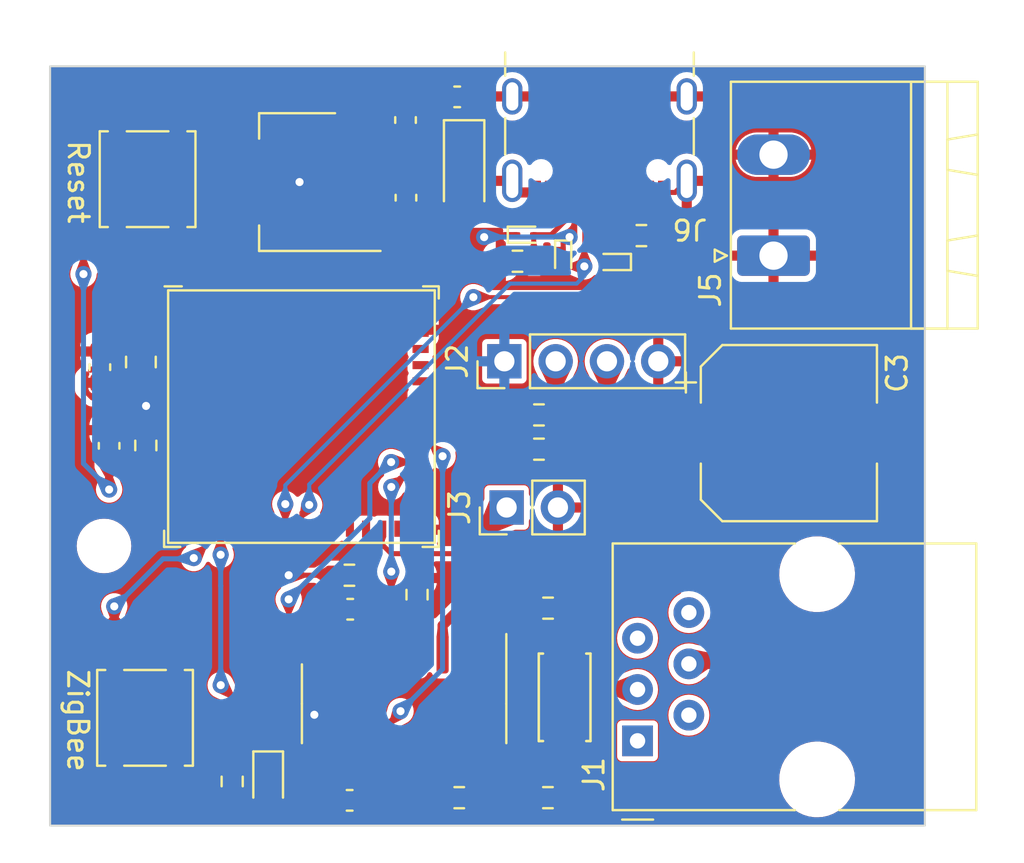
<source format=kicad_pcb>
(kicad_pcb (version 20221018) (generator pcbnew)
  (layers (0 "F.Cu" signal) (31 "B.Cu" signal) (34 "B.Paste" user) (35 "F.Paste" user) (36 "B.SilkS" user "B.Silkscreen") (37 "F.SilkS" user "F.Silkscreen") (38 "B.Mask" user) (39 "F.Mask" user) (44 "Edge.Cuts" user))
  (net 0 "")
  (net 1 "GND")
  (net 2 "Net-(U1-VDD)")
  (net 3 "Net-(U1-SC)")
  (net 4 "Net-(U1-STC)")
  (net 5 "ESP_RESET")
  (net 6 "+5V")
  (net 7 "+3.3V")
  (net 8 "MBUS1(+)")
  (net 9 "MBUS2(-)")
  (net 10 "Net-(D2-A)")
  (net 11 "Net-(D3-A)")
  (net 12 "USB_D+")
  (net 13 "USB_D-")
  (net 14 "Net-(D6-A2)")
  (net 19 "Net-(J2-Pin_2)")
  (net 20 "Net-(J2-Pin_3)")
  (net 21 "GPIO9_BOOT_OPTION")
  (net 22 "Net-(J6-CC1)")
  (net 25 "Net-(U1-BUSL2)")
  (net 26 "Net-(U1-BUSL1)")
  (net 27 "Net-(U1-RIDD)")
  (net 28 "Net-(U1-RIS)")
  (net 29 "GPIO8_BOOT_OPTION")
  (net 30 "ZB_LED")
  (net 31 "UART0_PROG_TX")
  (net 32 "UART1_PROG_RX")
  (net 33 "ZB_BUTTON")
  (net 35 "POWER_FAIL_SIG")
  (net 37 "UART1_RX")
  (net 39 "UART1_TX")
  (footprint "Resistor_SMD:R_0603_1608Metric" (layer "F.Cu") (at 186.317407 119.26712)
    (fp_text reference "R2" hide)
    (fp_text value "220Ω")
    (pad "1" smd roundrect (at -0.825 0) (size 0.8 0.95) (layers "F.Cu" "F.Paste" "F.Mask") (net 26 "Net-(U1-BUSL1)"))
    (pad "2" smd roundrect (at 0.825 0) (size 0.8 0.95) (layers "F.Cu" "F.Paste" "F.Mask") (net 8 "MBUS1(+)"))
  )
  (footprint "Package_TO_SOT_SMD:SOT-223-3_TabPin2" (layer "F.Cu") (at 173.927487 88.790058 180)
    (fp_text reference "U2" hide)
    (fp_text value "TLV1117-33")
    (pad "1" smd rect (at -3.15 -2.3 180) (size 2 1.5) (layers "F.Cu" "F.Paste" "F.Mask") (net 1 "GND"))
    (pad "2" smd rect (at -3.15 0 180) (size 2 1.5) (layers "F.Cu" "F.Paste" "F.Mask") (net 7 "+3.3V"))
    (pad "2" smd rect (at 3.15 0 180) (size 2 3.8) (layers "F.Cu" "F.Paste" "F.Mask") (net 7 "+3.3V"))
    (pad "3" smd rect (at -3.15 2.3 180) (size 2 1.5) (layers "F.Cu" "F.Paste" "F.Mask") (net 6 "+5V"))
  )
  (footprint "Resistor_SMD:R_0603_1608Metric" (layer "F.Cu") (at 170.685 118.4655 90)
    (fp_text reference "R7" hide)
    (fp_text value "160Ω")
    (pad "1" smd roundrect (at -0.825 0 90) (size 0.8 0.95) (layers "F.Cu" "F.Paste" "F.Mask") (net 10 "Net-(D2-A)"))
    (pad "2" smd roundrect (at 0.825 0 90) (size 0.8 0.95) (layers "F.Cu" "F.Paste" "F.Mask") (net 30 "ZB_LED"))
  )
  (footprint "Resistor_SMD:R_0603_1608Metric" (layer "F.Cu") (at 185.873811 100.318308)
    (fp_text reference "R8" hide)
    (fp_text value "160Ω")
    (pad "1" smd roundrect (at -0.825 0) (size 0.8 0.95) (layers "F.Cu" "F.Paste" "F.Mask") (net 31 "UART0_PROG_TX"))
    (pad "2" smd roundrect (at 0.825 0) (size 0.8 0.95) (layers "F.Cu" "F.Paste" "F.Mask") (net 19 "Net-(J2-Pin_2)"))
  )
  (footprint "Resistor_SMD:R_0603_1608Metric" (layer "F.Cu") (at 185.873811 102.014666 180)
    (fp_text reference "R9" hide)
    (fp_text value "160Ω")
    (pad "1" smd roundrect (at -0.825 0 180) (size 0.8 0.95) (layers "F.Cu" "F.Paste" "F.Mask") (net 20 "Net-(J2-Pin_3)"))
    (pad "2" smd roundrect (at 0.825 0 180) (size 0.8 0.95) (layers "F.Cu" "F.Paste" "F.Mask") (net 32 "UART1_PROG_RX"))
  )
  (footprint "Resistor_SMD:R_0603_1608Metric" (layer "F.Cu") (at 166.408659 101.830319 90)
    (fp_text reference "R5" hide)
    (fp_text value "10kΩ 1%")
    (pad "1" smd roundrect (at -0.825 0 90) (size 0.8 0.95) (layers "F.Cu" "F.Paste" "F.Mask") (net 5 "ESP_RESET"))
    (pad "2" smd roundrect (at 0.825 0 90) (size 0.8 0.95) (layers "F.Cu" "F.Paste" "F.Mask") (net 7 "+3.3V"))
  )
  (footprint "Diode_SMD:D_SOD-923" (layer "F.Cu") (at 189.568513 92.746357 180)
    (fp_text reference "D5" hide)
    (fp_text value "CPDQ5V0-HF")
    (pad "1" smd roundrect (at -0.42 0) (size 0.36 0.25) (layers "F.Cu" "F.Paste" "F.Mask") (net 1 "GND"))
    (pad "2" smd roundrect (at 0.42 0) (size 0.36 0.25) (layers "F.Cu" "F.Paste" "F.Mask") (net 13 "USB_D-"))
  )
  (footprint "Connector_RJ:RJ12_Amphenol_54601" (layer "F.Cu") (at 190.754 116.454 90)
    (fp_text reference "J1" (at -1.67 -2.16 90) (layer "F.SilkS"))
    (fp_text value "RJ12")
    (pad "" np_thru_hole circle (at -1.91 8.89 90) (size 3.25 3.25) (drill 3.25) (layers "*.Cu" "*.Mask"))
    (pad "" np_thru_hole circle (at 8.25 8.89 90) (size 3.25 3.25) (drill 3.25) (layers "*.Cu" "*.Mask"))
    (pad "1" thru_hole rect (at 0 0 90) (size 1.52 1.52) (drill 0.76) (layers "*.Cu" "*.Mask"))
    (pad "2" thru_hole circle (at 1.27 2.54 90) (size 1.52 1.52) (drill 0.76) (layers "*.Cu" "*.Mask"))
    (pad "3" thru_hole circle (at 2.54 0 90) (size 1.52 1.52) (drill 0.76) (layers "*.Cu" "*.Mask") (net 8 "MBUS1(+)"))
    (pad "4" thru_hole circle (at 3.81 2.54 90) (size 1.52 1.52) (drill 0.76) (layers "*.Cu" "*.Mask") (net 9 "MBUS2(-)"))
    (pad "5" thru_hole circle (at 5.08 0 90) (size 1.52 1.52) (drill 0.76) (layers "*.Cu" "*.Mask"))
    (pad "6" thru_hole circle (at 6.35 2.54 90) (size 1.52 1.52) (drill 0.76) (layers "*.Cu" "*.Mask"))
  )
  (footprint "MountingHole:MountingHole_2.2mm_M2" (layer "F.Cu") (at 164.338 106.807)
    (fp_text reference "H1" hide)
    (fp_text value "MountingHole")
    (pad "" np_thru_hole circle (at 0 0) (size 2.2 2.2) (drill 2.2) (layers "*.Cu" "*.Mask"))
  )
  (footprint "Capacitor_SMD:C_0603_1608Metric" (layer "F.Cu") (at 179.287871 89.563954 90)
    (fp_text reference "C6" hide)
    (fp_text value "1µF/10V")
    (pad "1" smd roundrect (at -0.775 0 90) (size 0.9 0.95) (layers "F.Cu" "F.Paste" "F.Mask") (net 1 "GND"))
    (pad "2" smd roundrect (at 0.775 0 90) (size 0.9 0.95) (layers "F.Cu" "F.Paste" "F.Mask") (net 7 "+3.3V"))
  )
  (footprint "Resistor_SMD:R_0603_1608Metric" (layer "F.Cu") (at 186.323895 109.885098)
    (fp_text reference "R1" hide)
    (fp_text value "220Ω")
    (pad "1" smd roundrect (at -0.825 0) (size 0.8 0.95) (layers "F.Cu" "F.Paste" "F.Mask") (net 25 "Net-(U1-BUSL2)"))
    (pad "2" smd roundrect (at 0.825 0) (size 0.8 0.95) (layers "F.Cu" "F.Paste" "F.Mask") (net 9 "MBUS2(-)"))
  )
  (footprint "Resistor_SMD:R_0603_1608Metric" (layer "F.Cu") (at 190.945 91.44 180)
    (fp_text reference "R10" hide)
    (fp_text value "5.1kΩ 1%")
    (pad "1" smd roundrect (at -0.825 0 180) (size 0.8 0.95) (layers "F.Cu" "F.Paste" "F.Mask") (net 1 "GND"))
    (pad "2" smd roundrect (at 0.825 0 180) (size 0.8 0.95) (layers "F.Cu" "F.Paste" "F.Mask") (net 22 "Net-(J6-CC1)"))
  )
  (footprint "LED_SMD:LED_0603_1608Metric" (layer "F.Cu") (at 172.466 118.4655 -90)
    (fp_text reference "D2" hide)
    (fp_text value "LED/20mA")
    (pad "1" smd roundrect (at -0.7875 0 270) (size 0.875 0.95) (layers "F.Cu" "F.Paste" "F.Mask") (net 1 "GND"))
    (pad "2" smd roundrect (at 0.7875 0 270) (size 0.875 0.95) (layers "F.Cu" "F.Paste" "F.Mask") (net 10 "Net-(D2-A)"))
  )
  (footprint "SMAJ40CA:DIOM4325X250N" (layer "F.Cu") (at 187.144423 114.3 90)
    (fp_text reference "D1" hide)
    (fp_text value "SMAJ40CA")
    (pad "1" smd rect (at -2.115 0 90) (size 2.12 1.5) (layers "F.Cu" "F.Paste" "F.Mask") (net 8 "MBUS1(+)"))
    (pad "2" smd rect (at 2.115 0 90) (size 2.12 1.5) (layers "F.Cu" "F.Paste" "F.Mask") (net 9 "MBUS2(-)"))
  )
  (footprint "Capacitor_SMD:C_0603_1608Metric" (layer "F.Cu") (at 181.825325 84.570933 180)
    (fp_text reference "C9" hide)
    (fp_text value "10µF/25V/20%")
    (pad "1" smd roundrect (at -0.775 0 180) (size 0.9 0.95) (layers "F.Cu" "F.Paste" "F.Mask") (net 1 "GND"))
    (pad "2" smd roundrect (at 0.775 0 180) (size 0.9 0.95) (layers "F.Cu" "F.Paste" "F.Mask") (net 6 "+5V"))
  )
  (footprint "Button_Switch_SMD:SW_SPST_TL3305A" (layer "F.Cu") (at 166.37 115.316 90)
    (fp_text reference "SW2" hide)
    (fp_text value "SW_Push")
    (pad "1" smd rect (at -3.6 -1.5 90) (size 1.6 1.4) (layers "F.Cu" "F.Paste" "F.Mask") (net 33 "ZB_BUTTON"))
    (pad "1" smd rect (at 3.6 -1.5 90) (size 1.6 1.4) (layers "F.Cu" "F.Paste" "F.Mask") (net 33 "ZB_BUTTON"))
    (pad "2" smd rect (at -3.6 1.5 90) (size 1.6 1.4) (layers "F.Cu" "F.Paste" "F.Mask") (net 1 "GND"))
    (pad "2" smd rect (at 3.6 1.5 90) (size 1.6 1.4) (layers "F.Cu" "F.Paste" "F.Mask") (net 1 "GND"))
  )
  (footprint "Capacitor_SMD:CP_Elec_8x10.5" (layer "F.Cu") (at 198.247 101.219)
    (fp_text reference "C3" (at 5.3594 -2.9718 90) (layer "F.SilkS"))
    (fp_text value "330µF 10%")
    (pad "1" smd roundrect (at -3.7 0) (size 4.4 2.5) (layers "F.Cu" "F.Paste" "F.Mask") (roundrect_rratio 0.1) (net 4 "Net-(U1-STC)"))
    (pad "2" smd roundrect (at 3.7 0) (size 4.4 2.5) (layers "F.Cu" "F.Paste" "F.Mask") (roundrect_rratio 0.1) (net 1 "GND"))
  )
  (footprint "Connector_Phoenix_MSTB:PhoenixContact_MSTBA_2,5_2-G_1x02_P5.00mm_Horizontal" (layer "F.Cu") (at 197.485956 92.432998 90)
    (fp_text reference "J5" (at -1.699402 -3.125156 90) (layer "F.SilkS"))
    (fp_text value "Screw_Terminal_01x02")
    (pad "1" thru_hole roundrect (at 0 0 90) (size 2 3.6) (drill 1.4) (layers "*.Cu" "*.Mask") (roundrect_rratio 0.125) (net 1 "GND"))
    (pad "2" thru_hole oval (at 5 0 90) (size 2 3.6) (drill 1.4) (layers "*.Cu" "*.Mask") (net 6 "+5V"))
  )
  (footprint "Resistor_SMD:R_0603_1608Metric" (layer "F.Cu") (at 179.837216 109.21758 90)
    (fp_text reference "R3" hide)
    (fp_text value "30kΩ 1%")
    (pad "1" smd roundrect (at -0.825 0 90) (size 0.8 0.95) (layers "F.Cu" "F.Paste" "F.Mask") (net 27 "Net-(U1-RIDD)"))
    (pad "2" smd roundrect (at 0.825 0 90) (size 0.8 0.95) (layers "F.Cu" "F.Paste" "F.Mask") (net 1 "GND"))
  )
  (footprint "Capacitor_SMD:C_0805_2012Metric" (layer "F.Cu") (at 166.16584 97.698939 -90)
    (fp_text reference "C7" hide)
    (fp_text value "22µF/10V")
    (pad "1" smd roundrect (at -0.95 0 270) (size 1 1.45) (layers "F.Cu" "F.Paste" "F.Mask") (net 1 "GND"))
    (pad "2" smd roundrect (at 0.95 0 270) (size 1 1.45) (layers "F.Cu" "F.Paste" "F.Mask") (net 7 "+3.3V"))
  )
  (footprint "Package_SO:SOIC-16_3.9x9.9mm_P1.27mm" (layer "F.Cu") (at 179.197 114.619 -90)
    (fp_text reference "U1" hide)
    (fp_text value "NCN5150DG")
    (pad "1" smd roundrect (at -2.475 -4.445 270) (size 1.95 0.6) (layers "F.Cu" "F.Paste" "F.Mask") (net 25 "Net-(U1-BUSL2)"))
    (pad "2" smd roundrect (at -2.475 -3.175 270) (size 1.95 0.6) (layers "F.Cu" "F.Paste" "F.Mask"))
    (pad "3" smd roundrect (at -2.475 -1.905 270) (size 1.95 0.6) (layers "F.Cu" "F.Paste" "F.Mask") (net 4 "Net-(U1-STC)"))
    (pad "4" smd roundrect (at -2.475 -0.635 270) (size 1.95 0.6) (layers "F.Cu" "F.Paste" "F.Mask") (net 27 "Net-(U1-RIDD)"))
    (pad "5" smd roundrect (at -2.475 0.635 270) (size 1.95 0.6) (layers "F.Cu" "F.Paste" "F.Mask") (net 35 "POWER_FAIL_SIG"))
    (pad "6" smd roundrect (at -2.475 1.905 270) (size 1.95 0.6) (layers "F.Cu" "F.Paste" "F.Mask") (net 3 "Net-(U1-SC)"))
    (pad "7" smd roundrect (at -2.475 3.175 270) (size 1.95 0.6) (layers "F.Cu" "F.Paste" "F.Mask"))
    (pad "8" smd roundrect (at -2.475 4.445 270) (size 1.95 0.6) (layers "F.Cu" "F.Paste" "F.Mask") (net 37 "UART1_RX"))
    (pad "9" smd roundrect (at 2.475 4.445 270) (size 1.95 0.6) (layers "F.Cu" "F.Paste" "F.Mask") (net 7 "+3.3V"))
    (pad "10" smd roundrect (at 2.475 3.175 270) (size 1.95 0.6) (layers "F.Cu" "F.Paste" "F.Mask"))
    (pad "11" smd roundrect (at 2.475 1.905 270) (size 1.95 0.6) (layers "F.Cu" "F.Paste" "F.Mask") (net 2 "Net-(U1-VDD)"))
    (pad "12" smd roundrect (at 2.475 0.635 270) (size 1.95 0.6) (layers "F.Cu" "F.Paste" "F.Mask") (net 39 "UART1_TX"))
    (pad "13" smd roundrect (at 2.475 -0.635 270) (size 1.95 0.6) (layers "F.Cu" "F.Paste" "F.Mask"))
    (pad "14" smd roundrect (at 2.475 -1.905 270) (size 1.95 0.6) (layers "F.Cu" "F.Paste" "F.Mask") (net 28 "Net-(U1-RIS)"))
    (pad "15" smd roundrect (at 2.475 -3.175 270) (size 1.95 0.6) (layers "F.Cu" "F.Paste" "F.Mask") (net 1 "GND"))
    (pad "16" smd roundrect (at 2.475 -4.445 270) (size 1.95 0.6) (layers "F.Cu" "F.Paste" "F.Mask") (net 26 "Net-(U1-BUSL1)"))
  )
  (footprint "Connector_PinHeader_2.54mm:PinHeader_1x04_P2.54mm_Vertical" (layer "F.Cu") (at 184.16 97.663 90)
    (fp_text reference "J2" (at 0 -2.33 90) (layer "F.SilkS"))
    (fp_text value "Conn_01x04")
    (pad "1" thru_hole rect (at 0 0 90) (size 1.7 1.7) (drill 1) (layers "*.Cu" "*.Mask") (net 7 "+3.3V"))
    (pad "2" thru_hole oval (at 0 2.54 90) (size 1.7 1.7) (drill 1) (layers "*.Cu" "*.Mask") (net 19 "Net-(J2-Pin_2)"))
    (pad "3" thru_hole oval (at 0 5.08 90) (size 1.7 1.7) (drill 1) (layers "*.Cu" "*.Mask") (net 20 "Net-(J2-Pin_3)"))
    (pad "4" thru_hole oval (at 0 7.62 90) (size 1.7 1.7) (drill 1) (layers "*.Cu" "*.Mask") (net 1 "GND"))
  )
  (footprint "Diode_SMD:D_SOD-923" (layer "F.Cu") (at 185.190314 91.39557)
    (fp_text reference "D6" hide)
    (fp_text value "CPDQ5V0-HF")
    (pad "1" smd roundrect (at -0.42 0 180) (size 0.36 0.25) (layers "F.Cu" "F.Paste" "F.Mask") (net 1 "GND"))
    (pad "2" smd roundrect (at 0.42 0 180) (size 0.36 0.25) (layers "F.Cu" "F.Paste" "F.Mask") (net 14 "Net-(D6-A2)"))
  )
  (footprint "Capacitor_SMD:C_0603_1608Metric" (layer "F.Cu") (at 164.591727 101.847862 -90)
    (fp_text reference "C4" hide)
    (fp_text value "1µF/16V/10%")
    (pad "1" smd roundrect (at -0.775 0 270) (size 0.9 0.95) (layers "F.Cu" "F.Paste" "F.Mask") (net 1 "GND"))
    (pad "2" smd roundrect (at 0.775 0 270) (size 0.9 0.95) (layers "F.Cu" "F.Paste" "F.Mask") (net 5 "ESP_RESET"))
  )
  (footprint "Capacitor_SMD:C_0603_1608Metric" (layer "F.Cu") (at 176.528458 109.939884)
    (fp_text reference "C2" hide)
    (fp_text value "220nF")
    (pad "1" smd roundrect (at -0.775 0) (size 0.9 0.95) (layers "F.Cu" "F.Paste" "F.Mask") (net 1 "GND"))
    (pad "2" smd roundrect (at 0.775 0) (size 0.9 0.95) (layers "F.Cu" "F.Paste" "F.Mask") (net 3 "Net-(U1-SC)"))
  )
  (footprint "Button_Switch_SMD:SW_SPST_TL3305A" (layer "F.Cu") (at 166.497 88.646 -90)
    (fp_text reference "SW1" hide)
    (fp_text value "SW_Push")
    (pad "1" smd rect (at -3.6 -1.5 270) (size 1.6 1.4) (layers "F.Cu" "F.Paste" "F.Mask") (net 1 "GND"))
    (pad "1" smd rect (at 3.6 -1.5 270) (size 1.6 1.4) (layers "F.Cu" "F.Paste" "F.Mask") (net 1 "GND"))
    (pad "2" smd rect (at -3.6 1.5 270) (size 1.6 1.4) (layers "F.Cu" "F.Paste" "F.Mask") (net 5 "ESP_RESET"))
    (pad "2" smd rect (at 3.6 1.5 270) (size 1.6 1.4) (layers "F.Cu" "F.Paste" "F.Mask") (net 5 "ESP_RESET"))
  )
  (footprint "Resistor_SMD:R_0603_1608Metric" (layer "F.Cu") (at 184.809385 92.71)
    (fp_text reference "R11" hide)
    (fp_text value "5.1kΩ 1%")
    (pad "1" smd roundrect (at -0.825 0) (size 0.8 0.95) (layers "F.Cu" "F.Paste" "F.Mask") (net 1 "GND"))
    (pad "2" smd roundrect (at 0.825 0) (size 0.8 0.95) (layers "F.Cu" "F.Paste" "F.Mask") (net 14 "Net-(D6-A2)"))
  )
  (footprint "Resistor_SMD:R_0603_1608Metric" (layer "F.Cu") (at 176.48853 108.255657 180)
    (fp_text reference "R6" hide)
    (fp_text value "10kΩ 1%")
    (pad "1" smd roundrect (at -0.825 0 180) (size 0.8 0.95) (layers "F.Cu" "F.Paste" "F.Mask") (net 29 "GPIO8_BOOT_OPTION"))
    (pad "2" smd roundrect (at 0.825 0 180) (size 0.8 0.95) (layers "F.Cu" "F.Paste" "F.Mask") (net 7 "+3.3V"))
  )
  (footprint "Resistor_SMD:R_0603_1608Metric" (layer "F.Cu") (at 181.927266 119.268562 180)
    (fp_text reference "R4" hide)
    (fp_text value "100Ω 1%")
    (pad "1" smd roundrect (at -0.825 0 180) (size 0.8 0.95) (layers "F.Cu" "F.Paste" "F.Mask") (net 1 "GND"))
    (pad "2" smd roundrect (at 0.825 0 180) (size 0.8 0.95) (layers "F.Cu" "F.Paste" "F.Mask") (net 28 "Net-(U1-RIS)"))
  )
  (footprint "Capacitor_SMD:C_0603_1608Metric" (layer "F.Cu") (at 164.13384 97.952939 -90)
    (fp_text reference "C8" hide)
    (fp_text value "0.1µF/50V/10%")
    (pad "1" smd roundrect (at -0.775 0 270) (size 0.9 0.95) (layers "F.Cu" "F.Paste" "F.Mask") (net 1 "GND"))
    (pad "2" smd roundrect (at 0.775 0 270) (size 0.9 0.95) (layers "F.Cu" "F.Paste" "F.Mask") (net 7 "+3.3V"))
  )
  (footprint "Connector_PinHeader_2.54mm:PinHeader_1x02_P2.54mm_Vertical" (layer "F.Cu") (at 184.272 104.902 90)
    (fp_text reference "J3" (at 0 -2.33 90) (layer "F.SilkS"))
    (fp_text value "Conn_01x02")
    (pad "1" thru_hole rect (at 0 0 90) (size 1.7 1.7) (drill 1) (layers "*.Cu" "*.Mask") (net 21 "GPIO9_BOOT_OPTION"))
    (pad "2" thru_hole oval (at 0 2.54 90) (size 1.7 1.7) (drill 1) (layers "*.Cu" "*.Mask") (net 1 "GND"))
  )
  (footprint "Capacitor_SMD:C_0603_1608Metric" (layer "F.Cu") (at 176.5 119.4)
    (fp_text reference "C1" hide)
    (fp_text value "10µF")
    (pad "1" smd roundrect (at -0.775 0) (size 0.9 0.95) (layers "F.Cu" "F.Paste" "F.Mask") (net 1 "GND"))
    (pad "2" smd roundrect (at 0.775 0) (size 0.9 0.95) (layers "F.Cu" "F.Paste" "F.Mask") (net 2 "Net-(U1-VDD)"))
  )
  (footprint "Diode_SMD:D_SOD-923" (layer "F.Cu") (at 187.072533 92.543559 -90)
    (fp_text reference "D4" hide)
    (fp_text value "CPDQ5V0-HF")
    (pad "1" smd roundrect (at -0.42 0 90) (size 0.36 0.25) (layers "F.Cu" "F.Paste" "F.Mask") (net 1 "GND"))
    (pad "2" smd roundrect (at 0.42 0 90) (size 0.36 0.25) (layers "F.Cu" "F.Paste" "F.Mask") (net 12 "USB_D+"))
  )
  (footprint "Espressif:ESP32-C6-MINI-1U" (layer "F.Cu") (at 174.113727 98.352862)
    (fp_text reference "U3" hide)
    (fp_text value "ESP32-C6-MINI-1/U")
    (pad "1" smd rect (at -5.9 -1.3 90) (size 0.4 0.8) (layers "F.Cu" "F.Paste" "F.Mask") (net 1 "GND"))
    (pad "2" smd rect (at -5.9 -0.5 90) (size 0.4 0.8) (layers "F.Cu" "F.Paste" "F.Mask") (net 1 "GND"))
    (pad "3" smd rect (at -5.9 0.3 90) (size 0.4 0.8) (layers "F.Cu" "F.Paste" "F.Mask") (net 7 "+3.3V"))
    (pad "4" smd rect (at -5.9 1.1 90) (size 0.4 0.8) (layers "F.Cu" "F.Paste" "F.Mask"))
    (pad "5" smd rect (at -5.9 1.9 90) (size 0.4 0.8) (layers "F.Cu" "F.Paste" "F.Mask"))
    (pad "6" smd rect (at -5.9 2.7 90) (size 0.4 0.8) (layers "F.Cu" "F.Paste" "F.Mask"))
    (pad "7" smd rect (at -5.9 3.5 90) (size 0.4 0.8) (layers "F.Cu" "F.Paste" "F.Mask"))
    (pad "8" smd rect (at -5.9 4.3 90) (size 0.4 0.8) (layers "F.Cu" "F.Paste" "F.Mask") (net 5 "ESP_RESET"))
    (pad "9" smd rect (at -5.9 5.1 90) (size 0.4 0.8) (layers "F.Cu" "F.Paste" "F.Mask"))
    (pad "10" smd rect (at -5.9 5.9 90) (size 0.4 0.8) (layers "F.Cu" "F.Paste" "F.Mask"))
    (pad "11" smd rect (at -5.9 6.7 90) (size 0.4 0.8) (layers "F.Cu" "F.Paste" "F.Mask") (net 1 "GND"))
    (pad "12" smd rect (at -4.8 7.6) (size 0.4 0.8) (layers "F.Cu" "F.Paste" "F.Mask") (net 33 "ZB_BUTTON"))
    (pad "13" smd rect (at -4 7.6) (size 0.4 0.8) (layers "F.Cu" "F.Paste" "F.Mask") (net 30 "ZB_LED"))
    (pad "14" smd rect (at -3.2 7.6) (size 0.4 0.8) (layers "F.Cu" "F.Paste" "F.Mask") (net 1 "GND"))
    (pad "15" smd rect (at -2.4 7.6) (size 0.4 0.8) (layers "F.Cu" "F.Paste" "F.Mask"))
    (pad "16" smd rect (at -1.6 7.6) (size 0.4 0.8) (layers "F.Cu" "F.Paste" "F.Mask"))
    (pad "17" smd rect (at -0.8 7.6) (size 0.4 0.8) (layers "F.Cu" "F.Paste" "F.Mask") (net 13 "USB_D-"))
    (pad "18" smd rect (at 0 7.6) (size 0.4 0.8) (layers "F.Cu" "F.Paste" "F.Mask") (net 12 "USB_D+"))
    (pad "19" smd rect (at 0.8 7.6) (size 0.4 0.8) (layers "F.Cu" "F.Paste" "F.Mask"))
    (pad "20" smd rect (at 1.6 7.6) (size 0.4 0.8) (layers "F.Cu" "F.Paste" "F.Mask"))
    (pad "21" smd rect (at 2.4 7.6) (size 0.4 0.8) (layers "F.Cu" "F.Paste" "F.Mask"))
    (pad "22" smd rect (at 3.2 7.6) (size 0.4 0.8) (layers "F.Cu" "F.Paste" "F.Mask") (net 29 "GPIO8_BOOT_OPTION"))
    (pad "23" smd rect (at 4 7.6) (size 0.4 0.8) (layers "F.Cu" "F.Paste" "F.Mask") (net 21 "GPIO9_BOOT_OPTION"))
    (pad "24" smd rect (at 4.8 7.6) (size 0.4 0.8) (layers "F.Cu" "F.Paste" "F.Mask"))
    (pad "25" smd rect (at 5.9 6.7 90) (size 0.4 0.8) (layers "F.Cu" "F.Paste" "F.Mask"))
    (pad "26" smd rect (at 5.9 5.9 90) (size 0.4 0.8) (layers "F.Cu" "F.Paste" "F.Mask"))
    (pad "27" smd rect (at 5.9 5.1 90) (size 0.4 0.8) (layers "F.Cu" "F.Paste" "F.Mask") (net 35 "POWER_FAIL_SIG"))
    (pad "28" smd rect (at 5.9 4.3 90) (size 0.4 0.8) (layers "F.Cu" "F.Paste" "F.Mask") (net 37 "UART1_RX"))
    (pad "29" smd rect (at 5.9 3.5 90) (size 0.4 0.8) (layers "F.Cu" "F.Paste" "F.Mask") (net 39 "UART1_TX"))
    (pad "30" smd rect (at 5.9 2.7 90) (size 0.4 0.8) (layers "F.Cu" "F.Paste" "F.Mask") (net 32 "UART1_PROG_RX"))
    (pad "31" smd rect (at 5.9 1.9 90) (size 0.4 0.8) (layers "F.Cu" "F.Paste" "F.Mask") (net 31 "UART0_PROG_TX"))
    (pad "32" smd rect (at 5.9 1.1 90) (size 0.4 0.8) (layers "F.Cu" "F.Paste" "F.Mask"))
    (pad "33" smd rect (at 5.9 0.3 90) (size 0.4 0.8) (layers "F.Cu" "F.Paste" "F.Mask"))
    (pad "34" smd rect (at 5.9 -0.5 90) (size 0.4 0.8) (layers "F.Cu" "F.Paste" "F.Mask"))
    (pad "35" smd rect (at 5.9 -1.3 90) (size 0.4 0.8) (layers "F.Cu" "F.Paste" "F.Mask"))
    (pad "36" smd rect (at 4.8 -2.2) (size 0.4 0.8) (layers "F.Cu" "F.Paste" "F.Mask") (net 1 "GND"))
    (pad "37" smd rect (at 4 -2.2) (size 0.4 0.8) (layers "F.Cu" "F.Paste" "F.Mask") (net 1 "GND"))
    (pad "38" smd rect (at 3.2 -2.2) (size 0.4 0.8) (layers "F.Cu" "F.Paste" "F.Mask") (net 1 "GND"))
    (pad "39" smd rect (at 2.4 -2.2) (size 0.4 0.8) (layers "F.Cu" "F.Paste" "F.Mask") (net 1 "GND"))
    (pad "40" smd rect (at 1.6 -2.2) (size 0.4 0.8) (layers "F.Cu" "F.Paste" "F.Mask") (net 1 "GND"))
    (pad "41" smd rect (at 0.8 -2.2) (size 0.4 0.8) (layers "F.Cu" "F.Paste" "F.Mask") (net 1 "GND"))
    (pad "42" smd rect (at 0 -2.2) (size 0.4 0.8) (layers "F.Cu" "F.Paste" "F.Mask") (net 1 "GND"))
    (pad "43" smd rect (at -0.8 -2.2) (size 0.4 0.8) (layers "F.Cu" "F.Paste" "F.Mask") (net 1 "GND"))
    (pad "44" smd rect (at -1.6 -2.2) (size 0.4 0.8) (layers "F.Cu" "F.Paste" "F.Mask") (net 1 "GND"))
    (pad "45" smd rect (at -2.4 -2.2) (size 0.4 0.8) (layers "F.Cu" "F.Paste" "F.Mask") (net 1 "GND"))
    (pad "46" smd rect (at -3.2 -2.2) (size 0.4 0.8) (layers "F.Cu" "F.Paste" "F.Mask") (net 1 "GND"))
    (pad "47" smd rect (at -4 -2.2) (size 0.4 0.8) (layers "F.Cu" "F.Paste" "F.Mask") (net 1 "GND"))
    (pad "48" smd rect (at -4.8 -2.2) (size 0.4 0.8) (layers "F.Cu" "F.Paste" "F.Mask") (net 1 "GND"))
    (pad "49" smd custom (at -1.975 0.725) (size 0.8 0.8) (layers "F.Cu" "F.Paste" "F.Mask") (net 1 "GND") (options (clearance outline) (anchor rect)) (primitives (gr_poly (pts (xy 0.725 0.725) (xy -0.725 0.725) (xy -0.725 -0.125) (xy -0.125 -0.725) (xy 0.725 -0.725)) (width 0) (fill yes))))
    (pad "49" smd rect (at -1.975 2.7 90) (size 1.45 1.45) (layers "F.Cu" "F.Paste" "F.Mask") (net 1 "GND"))
    (pad "49" smd rect (at -1.975 4.675 90) (size 1.45 1.45) (layers "F.Cu" "F.Paste" "F.Mask") (net 1 "GND"))
    (pad "49" smd rect (at 0 0.725 90) (size 1.45 1.45) (layers "F.Cu" "F.Paste" "F.Mask") (net 1 "GND"))
    (pad "49" smd rect (at 0 2.7 90) (size 1.45 1.45) (layers "F.Cu" "F.Paste" "F.Mask") (net 1 "GND"))
    (pad "49" smd rect (at 0 4.675 90) (size 1.45 1.45) (layers "F.Cu" "F.Paste" "F.Mask") (net 1 "GND"))
    (pad "49" smd rect (at 1.975 0.725 90) (size 1.45 1.45) (layers "F.Cu" "F.Paste" "F.Mask") (net 1 "GND"))
    (pad "49" smd rect (at 1.975 2.7 90) (size 1.45 1.45) (layers "F.Cu" "F.Paste" "F.Mask") (net 1 "GND"))
    (pad "49" smd rect (at 1.975 4.675 90) (size 1.45 1.45) (layers "F.Cu" "F.Paste" "F.Mask") (net 1 "GND"))
    (pad "50" smd rect (at 5.95 -2.25 90) (size 0.7 0.7) (layers "F.Cu" "F.Paste" "F.Mask") (net 1 "GND"))
    (pad "51" smd rect (at 5.95 7.65 90) (size 0.7 0.7) (layers "F.Cu" "F.Paste" "F.Mask") (net 1 "GND"))
    (pad "52" smd rect (at -5.95 7.65 90) (size 0.7 0.7) (layers "F.Cu" "F.Paste" "F.Mask") (net 1 "GND"))
    (pad "53" smd rect (at -5.95 -2.25 90) (size 0.7 0.7) (layers "F.Cu" "F.Paste" "F.Mask") (net 1 "GND"))
  )
  (footprint "Connector_USB:USB_C_Receptacle_GCT_USB4105-xx-A_16P_TopMnt_Horizontal" (layer "F.Cu") (at 188.869954 85.623702 180)
    (fp_text reference "J6" (at -4.474846 -5.5 180 unlocked) (layer "F.SilkS"))
    (fp_text value "USB_C_Receptacle_USB2.0")
    (pad "" np_thru_hole circle (at -2.89 -2.605 180) (size 0.65 0.65) (drill 0.65) (layers "F&B.Cu" "*.Mask"))
    (pad "" np_thru_hole circle (at 2.89 -2.605 180) (size 0.65 0.65) (drill 0.65) (layers "F&B.Cu" "*.Mask"))
    (pad "A1" smd rect (at -3.2 -3.68 180) (size 0.6 1.15) (layers "F.Cu" "F.Paste" "F.Mask") (net 1 "GND"))
    (pad "A4" smd rect (at -2.4 -3.68 180) (size 0.6 1.15) (layers "F.Cu" "F.Paste" "F.Mask") (net 11 "Net-(D3-A)"))
    (pad "A5" smd rect (at -1.25 -3.68 180) (size 0.3 1.15) (layers "F.Cu" "F.Paste" "F.Mask") (net 22 "Net-(J6-CC1)"))
    (pad "A6" smd rect (at -0.25 -3.68 180) (size 0.3 1.15) (layers "F.Cu" "F.Paste" "F.Mask") (net 12 "USB_D+"))
    (pad "A7" smd rect (at 0.25 -3.68 180) (size 0.3 1.15) (layers "F.Cu" "F.Paste" "F.Mask") (net 13 "USB_D-"))
    (pad "A8" smd rect (at 1.25 -3.68 180) (size 0.3 1.15) (layers "F.Cu" "F.Paste" "F.Mask"))
    (pad "A9" smd rect (at 2.4 -3.68 180) (size 0.6 1.15) (layers "F.Cu" "F.Paste" "F.Mask") (net 11 "Net-(D3-A)"))
    (pad "A12" smd rect (at 3.2 -3.68 180) (size 0.6 1.15) (layers "F.Cu" "F.Paste" "F.Mask") (net 1 "GND"))
    (pad "B1" smd rect (at 3.2 -3.68 180) (size 0.6 1.15) (layers "F.Cu" "F.Paste" "F.Mask") (net 1 "GND"))
    (pad "B4" smd rect (at 2.4 -3.68 180) (size 0.6 1.15) (layers "F.Cu" "F.Paste" "F.Mask") (net 11 "Net-(D3-A)"))
    (pad "B5" smd rect (at 1.75 -3.68 180) (size 0.3 1.15) (layers "F.Cu" "F.Paste" "F.Mask") (net 14 "Net-(D6-A2)"))
    (pad "B6" smd rect (at 0.75 -3.68 180) (size 0.3 1.15) (layers "F.Cu" "F.Paste" "F.Mask") (net 12 "USB_D+"))
    (pad "B7" smd rect (at -0.75 -3.68 180) (size 0.3 1.15) (layers "F.Cu" "F.Paste" "F.Mask") (net 13 "USB_D-"))
    (pad "B8" smd rect (at -1.75 -3.68 180) (size 0.3 1.15) (layers "F.Cu" "F.Paste" "F.Mask"))
    (pad "B9" smd rect (at -2.4 -3.68 180) (size 0.6 1.15) (layers "F.Cu" "F.Paste" "F.Mask") (net 11 "Net-(D3-A)"))
    (pad "B12" smd rect (at -3.2 -3.68 180) (size 0.6 1.15) (layers "F.Cu" "F.Paste" "F.Mask") (net 1 "GND"))
    (pad "S1" thru_hole oval (at -4.32 -3.105 180) (size 1 2.1) (drill oval 0.6 1.7) (layers "*.Cu" "*.Mask") (net 1 "GND"))
    (pad "S1" thru_hole oval (at -4.32 1.075 180) (size 1 1.8) (drill oval 0.6 1.4) (layers "*.Cu" "*.Mask") (net 1 "GND"))
    (pad "S1" thru_hole oval (at 4.32 -3.105 180) (size 1 2.1) (drill oval 0.6 1.7) (layers "*.Cu" "*.Mask") (net 1 "GND"))
    (pad "S1" thru_hole oval (at 4.32 1.075 180) (size 1 1.8) (drill oval 0.6 1.4) (layers "*.Cu" "*.Mask") (net 1 "GND"))
  )
  (footprint "Capacitor_SMD:C_0603_1608Metric" (layer "F.Cu") (at 179.267003 85.717447 -90)
    (fp_text reference "C5" hide)
    (fp_text value "1µF/10V")
    (pad "1" smd roundrect (at -0.775 0 270) (size 0.9 0.95) (layers "F.Cu" "F.Paste" "F.Mask") (net 1 "GND"))
    (pad "2" smd roundrect (at 0.775 0 270) (size 0.9 0.95) (layers "F.Cu" "F.Paste" "F.Mask") (net 6 "+5V"))
  )
  (footprint "Diode_SMD:D_SOD-123" (layer "F.Cu") (at 182.1688 88.0872 -90)
    (fp_text reference "D3" hide)
    (fp_text value "1N5819")
    (pad "1" smd roundrect (at -1.65 0 270) (size 0.9 1.2) (layers "F.Cu" "F.Paste" "F.Mask") (net 6 "+5V"))
    (pad "2" smd roundrect (at 1.65 0 270) (size 0.9 1.2) (layers "F.Cu" "F.Paste" "F.Mask") (net 11 "Net-(D3-A)"))
  )
  (gr_rect (start 161.671 83.058) (end 204.978 120.65) (stroke (width 0.1)) (fill none) (layer "Edge.Cuts"))
  (gr_text "Reset" (at 162.4838 86.6394 -90) (layer "F.SilkS") (effects (font (size 1 1)) (justify left bottom)))
  (gr_text "ZigBee" (at 162.4584 112.8268 -90) (layer "F.SilkS") (effects (font (size 1 1)) (justify left bottom)))
  (segment (start 184.549954 89.303702) (end 185.669954 89.303702) (width 0.25) (layer "F.Cu") (net 1))
  (segment (start 182.372 118.888296) (end 182.752266 119.268562) (width 0.5) (layer "F.Cu") (net 1))
  (segment (start 192.069954 89.303702) (end 192.614954 89.303702) (width 0.25) (layer "F.Cu") (net 1))
  (segment (start 176.5 109.193342) (end 176.5 109) (width 0.6) (layer "F.Cu") (net 1))
  (segment (start 183.984385 91.605615) (end 183.984385 92.71) (width 0.25) (layer "F.Cu") (net 1))
  (segment (start 175.753458 109.939884) (end 176.5 109.193342) (width 0.6) (layer "F.Cu") (net 1))
  (segment (start 184.770314 91.39557) (end 184.195848 91.39557) (width 0.25) (layer "F.Cu") (net 1))
  (segment (start 184.195139 91.394861) (end 183.984385 91.605615) (width 0.25) (layer "F.Cu") (net 1))
  (segment (start 192.614954 89.303702) (end 193.189954 88.728702) (width 0.25) (layer "F.Cu") (net 1))
  (segment (start 187.072533 92.123559) (end 187.072533 91.828065) (width 0.25) (layer "F.Cu") (net 1))
  (segment (start 184.195848 91.39557) (end 184.195139 91.394861) (width 0.25) (layer "F.Cu") (net 1))
  (segment (start 184.549954 88.728702) (end 184.549954 89.303702) (width 0.25) (layer "F.Cu") (net 1))
  (segment (start 182.372 117.094) (end 182.372 118.888296) (width 0.5) (layer "F.Cu") (net 1))
  (segment (start 187.072533 91.828065) (end 187.389287 91.511311) (width 0.25) (layer "F.Cu") (net 1))
  (via (at 183.1594 91.5162) (size 0.8) (drill 0.4) (layers "F.Cu" "B.Cu") (net 1))
  (via (at 187.389287 91.511311) (size 0.8) (drill 0.4) (layers "F.Cu" "B.Cu") (net 1))
  (segment (start 183.164289 91.511311) (end 183.1594 91.5162) (width 0.25) (layer "B.Cu") (net 1))
  (segment (start 187.389287 91.511311) (end 183.164289 91.511311) (width 0.25) (layer "B.Cu") (net 1))
  (segment (start 177.285561 119.264237) (end 177.285561 117.100439) (width 0.5) (layer "F.Cu") (net 2))
  (segment (start 177.285561 117.100439) (end 177.292 117.094) (width 0.25) (layer "F.Cu") (net 2))
  (segment (start 177.292 109.951342) (end 177.303458 109.939884) (width 0.25) (layer "F.Cu") (net 3))
  (segment (start 177.292 112.144) (end 177.292 109.951342) (width 0.5) (layer "F.Cu") (net 3))
  (segment (start 193.581 101.219) (end 194.547 101.219) (width 0.5) (layer "F.Cu") (net 4))
  (segment (start 181.102 110.744) (end 184.277 107.569) (width 0.5) (layer "F.Cu") (net 4))
  (segment (start 187.231 107.569) (end 193.581 101.219) (width 0.5) (layer "F.Cu") (net 4))
  (segment (start 184.277 107.569) (end 187.231 107.569) (width 0.5) (layer "F.Cu") (net 4))
  (segment (start 181.102 112.144) (end 181.102 110.744) (width 0.5) (layer "F.Cu") (net 4))
  (segment (start 166.408659 102.655319) (end 164.624184 102.655319) (width 0.25) (layer "F.Cu") (net 5))
  (segment (start 164.624184 102.655319) (end 164.591727 102.622862) (width 0.25) (layer "F.Cu") (net 5))
  (segment (start 164.591727 102.622862) (end 164.591727 104.012727) (width 0.25) (layer "F.Cu") (net 5))
  (segment (start 168.213727 102.652862) (end 166.411116 102.652862) (width 0.25) (layer "F.Cu") (net 5))
  (segment (start 164.997 85.046) (end 164.997 85.103) (width 0.25) (layer "F.Cu") (net 5))
  (segment (start 163.322 86.778) (end 163.322 92.246) (width 0.25) (layer "F.Cu") (net 5))
  (segment (start 164.997 92.246) (end 163.322 92.246) (width 0.25) (layer "F.Cu") (net 5))
  (segment (start 164.997 85.103) (end 163.322 86.778) (width 0.25) (layer "F.Cu") (net 5))
  (segment (start 164.591727 104.012727) (end 164.592 104.013) (width 0.25) (layer "F.Cu") (net 5))
  (segment (start 166.411116 102.652862) (end 166.408659 102.655319) (width 0.25) (layer "F.Cu") (net 5))
  (segment (start 163.322 92.246) (end 163.322 93.345) (width 0.25) (layer "F.Cu") (net 5))
  (via (at 163.322 93.345) (size 0.8) (drill 0.4) (layers "F.Cu" "B.Cu") (net 5))
  (via (at 164.592 104.013) (size 0.8) (drill 0.4) (layers "F.Cu" "B.Cu") (net 5))
  (segment (start 163.322 102.722) (end 163.322 93.345) (width 0.25) (layer "B.Cu") (net 5))
  (segment (start 164.592 103.992) (end 163.322 102.722) (width 0.25) (layer "B.Cu") (net 5))
  (segment (start 164.592 104.013) (end 164.592 103.992) (width 0.25) (layer "B.Cu") (net 5))
  (segment (start 177.079301 88.788244) (end 177.077487 88.790058) (width 0.25) (layer "F.Cu") (net 7))
  (segment (start 170.777487 88.790058) (end 174.017951 88.790058) (width 0.5) (layer "F.Cu") (net 7))
  (segment (start 173.482 108.2548) (end 173.482857 108.255657) (width 0.25) (layer "F.Cu") (net 7))
  (segment (start 174.019963 88.790058) (end 174.018957 88.789052) (width 0.25) (layer "F.Cu") (net 7))
  (segment (start 177.077487 88.790058) (end 174.019963 88.790058) (width 0.5) (layer "F.Cu") (net 7))
  (segment (start 177.078591 88.788954) (end 177.077487 88.790058) (width 0.25) (layer "F.Cu") (net 7))
  (segment (start 174.017951 88.790058) (end 174.018957 88.789052) (width 0.25) (layer "F.Cu") (net 7))
  (segment (start 173.482857 108.255657) (end 175.66353 108.255657) (width 0.25) (layer "F.Cu") (net 7))
  (segment (start 174.752 117.094) (end 174.752 115.1636) (width 0.25) (layer "F.Cu") (net 7))
  (segment (start 179.287871 88.788954) (end 177.078591 88.788954) (width 0.25) (layer "F.Cu") (net 7))
  (via (at 174.752 115.1636) (size 0.8) (drill 0.4) (layers "F.Cu" "B.Cu") (net 7))
  (via (at 174.018957 88.789052) (size 0.8) (drill 0.4) (layers "F.Cu" "B.Cu") (net 7))
  (via (at 173.482 108.2548) (size 0.8) (drill 0.4) (layers "F.Cu" "B.Cu") (net 7))
  (via (at 166.4208 99.8728) (size 0.8) (drill 0.4) (layers "F.Cu" "B.Cu") (net 7))
  (segment (start 187.142407 116.057593) (end 187.142407 116.831597) (width 0.5) (layer "F.Cu") (net 8))
  (segment (start 190.754 113.914) (end 189.286 113.914) (width 0.5) (layer "F.Cu") (net 8))
  (segment (start 189.286 113.914) (end 187.142407 116.057593) (width 0.5) (layer "F.Cu") (net 8))
  (segment (start 187.142407 119.26712) (end 187.142407 116.831597) (width 0.5) (layer "F.Cu") (net 8))
  (segment (start 187.142407 116.831597) (end 187.144423 116.829581) (width 0.25) (layer "F.Cu") (net 8))
  (segment (start 194.968 109.116) (end 194.31 108.458) (width 0.5) (layer "F.Cu") (net 9))
  (segment (start 188.542 108.458) (end 187.148895 109.851105) (width 0.5) (layer "F.Cu") (net 9))
  (segment (start 187.148895 112.180528) (end 187.144423 112.185) (width 0.5) (layer "F.Cu") (net 9))
  (segment (start 187.148895 109.851105) (end 187.148895 109.885098) (width 0.5) (layer "F.Cu") (net 9))
  (segment (start 194.31 108.458) (end 188.542 108.458) (width 0.5) (layer "F.Cu") (net 9))
  (segment (start 194.338 112.644) (end 194.968 112.014) (width 0.5) (layer "F.Cu") (net 9))
  (segment (start 194.968 112.014) (end 194.968 109.116) (width 0.5) (layer "F.Cu") (net 9))
  (segment (start 187.148895 109.885098) (end 187.148895 112.180528) (width 0.5) (layer "F.Cu") (net 9))
  (segment (start 193.294 112.644) (end 194.338 112.644) (width 0.5) (layer "F.Cu") (net 9))
  (segment (start 172.4285 119.2905) (end 172.466 119.253) (width 0.25) (layer "F.Cu") (net 10))
  (segment (start 170.685 119.2905) (end 172.4285 119.2905) (width 0.25) (layer "F.Cu") (net 10))
  (segment (start 191.269954 88.728651) (end 191.269954 89.303702) (width 0.25) (layer "F.Cu") (net 11))
  (segment (start 186.469954 88.741702) (end 187.494954 87.716702) (width 0.25) (layer "F.Cu") (net 11))
  (segment (start 186.469954 89.303702) (end 186.469954 90.390046) (width 0.25) (layer "F.Cu") (net 11))
  (segment (start 182.3974 90.678) (end 182.1688 90.4494) (width 0.25) (layer "F.Cu") (net 11))
  (segment (start 187.494954 87.716702) (end 190.258005 87.716702) (width 0.25) (layer "F.Cu") (net 11))
  (segment (start 186.182 90.678) (end 182.3974 90.678) (width 0.25) (layer "F.Cu") (net 11))
  (segment (start 186.469954 90.390046) (end 186.182 90.678) (width 0.25) (layer "F.Cu") (net 11))
  (segment (start 186.469954 89.303702) (end 186.469954 88.741702) (width 0.25) (layer "F.Cu") (net 11))
  (segment (start 190.258005 87.716702) (end 191.269954 88.728651) (width 0.25) (layer "F.Cu") (net 11))
  (segment (start 182.1688 90.4494) (end 182.1688 89.7372) (width 0.25) (layer "F.Cu") (net 11))
  (segment (start 188.119954 88.361702) (end 188.256954 88.224702) (width 0.2) (layer "F.Cu") (net 12))
  (segment (start 174.498 104.775) (end 174.113727 105.159273) (width 0.2) (layer "F.Cu") (net 12))
  (segment (start 188.119954 89.303702) (end 188.119954 92.964) (width 0.2) (layer "F.Cu") (net 12))
  (segment (start 189.119954 89.303702) (end 189.119954 88.325702) (width 0.2) (layer "F.Cu") (net 12))
  (segment (start 174.113727 105.159273) (end 174.113727 105.952862) (width 0.2) (layer "F.Cu") (net 12))
  (segment (start 188.119954 92.964) (end 187.072974 92.964) (width 0.2) (layer "F.Cu") (net 12))
  (segment (start 189.119954 88.325702) (end 189.018954 88.224702) (width 0.2) (layer "F.Cu") (net 12))
  (segment (start 188.256954 88.224702) (end 189.018954 88.224702) (width 0.2) (layer "F.Cu") (net 12))
  (segment (start 188.119954 89.303702) (end 188.119954 88.361702) (width 0.2) (layer "F.Cu") (net 12))
  (segment (start 187.072974 92.964) (end 187.072533 92.963559) (width 0.2) (layer "F.Cu") (net 12))
  (via (at 188.119954 92.964) (size 0.8) (drill 0.4) (layers "F.Cu" "B.Cu") (net 12))
  (via (at 174.498 104.775) (size 0.8) (drill 0.4) (layers "F.Cu" "B.Cu") (net 12))
  (segment (start 184.440359 93.816641) (end 187.742359 93.816641) (width 0.2) (layer "B.Cu") (net 12))
  (segment (start 187.742359 93.816641) (end 188.119954 93.439046) (width 0.2) (layer "B.Cu") (net 12))
  (segment (start 174.498 103.759) (end 184.440359 93.816641) (width 0.2) (layer "B.Cu") (net 12))
  (segment (start 174.498 104.775) (end 174.498 103.759) (width 0.2) (layer "B.Cu") (net 12))
  (segment (start 188.119954 93.439046) (end 188.119954 92.964) (width 0.2) (layer "B.Cu") (net 12))
  (segment (start 188.619954 89.303702) (end 188.619954 90.111702) (width 0.2) (layer "F.Cu") (net 13))
  (segment (start 189.145954 90.256702) (end 189.433954 90.256702) (width 0.2) (layer "F.Cu") (net 13))
  (segment (start 189.145954 92.542702) (end 189.145954 90.256702) (width 0.2) (layer "F.Cu") (net 13))
  (segment (start 189.148513 93.807487) (end 189.148513 92.746357) (width 0.2) (layer "F.Cu") (net 13))
  (segment (start 189.619954 89.303702) (end 189.619954 90.070702) (width 0.2) (layer "F.Cu") (net 13))
  (segment (start 182.626 94.488) (end 188.468 94.488) (width 0.2) (layer "F.Cu") (net 13))
  (segment (start 188.619954 90.111702) (end 188.764954 90.256702) (width 0.2) (layer "F.Cu") (net 13))
  (segment (start 189.148513 92.746357) (end 189.148513 92.545261) (width 0.2) (layer "F.Cu") (net 13))
  (segment (start 189.619954 90.070702) (end 189.433954 90.256702) (width 0.2) (layer "F.Cu") (net 13))
  (segment (start 188.764954 90.256702) (end 189.145954 90.256702) (width 0.2) (layer "F.Cu") (net 13))
  (segment (start 173.313727 104.733727) (end 173.313727 105.952862) (width 0.2) (layer "F.Cu") (net 13))
  (segment (start 188.468 94.488) (end 189.148513 93.807487) (width 0.2) (layer "F.Cu") (net 13))
  (segment (start 189.148513 92.545261) (end 189.145954 92.542702) (width 0.2) (layer "F.Cu") (net 13))
  (via (at 182.626 94.488) (size 0.8) (drill 0.4) (layers "F.Cu" "B.Cu") (net 13))
  (via (at 173.313727 104.733727) (size 0.8) (drill 0.4) (layers "F.Cu" "B.Cu") (net 13))
  (segment (start 173.313727 103.800273) (end 173.313727 104.733727) (width 0.2) (layer "B.Cu") (net 13))
  (segment (start 182.626 94.488) (end 173.313727 103.800273) (width 0.2) (layer "B.Cu") (net 13))
  (segment (start 186.481139 91.394861) (end 185.611023 91.394861) (width 0.25) (layer "F.Cu") (net 14))
  (segment (start 185.611023 91.394861) (end 185.610314 91.39557) (width 0.25) (layer "F.Cu") (net 14))
  (segment (start 185.634385 92.71) (end 185.614339 92.689954) (width 0.25) (layer "F.Cu") (net 14))
  (segment (start 187.119954 89.303702) (end 187.119954 90.756046) (width 0.25) (layer "F.Cu") (net 14))
  (segment (start 185.614339 91.399595) (end 185.610314 91.39557) (width 0.25) (layer "F.Cu") (net 14))
  (segment (start 185.614339 92.689954) (end 185.614339 91.399595) (width 0.25) (layer "F.Cu") (net 14))
  (segment (start 187.119954 90.756046) (end 186.481139 91.394861) (width 0.25) (layer "F.Cu") (net 14))
  (segment (start 186.7 100.317119) (end 186.698811 100.318308) (width 0.25) (layer "F.Cu") (net 19))
  (segment (start 186.7 97.663) (end 186.7 100.317119) (width 0.25) (layer "F.Cu") (net 19))
  (segment (start 189.24 100.955) (end 188.180334 102.014666) (width 0.25) (layer "F.Cu") (net 20))
  (segment (start 188.180334 102.014666) (end 186.698811 102.014666) (width 0.25) (layer "F.Cu") (net 20))
  (segment (start 189.24 97.663) (end 189.24 100.955) (width 0.25) (layer "F.Cu") (net 20))
  (segment (start 181.986 107.188) (end 178.562 107.188) (width 0.25) (layer "F.Cu") (net 21))
  (segment (start 178.113727 106.739727) (end 178.113727 105.952862) (width 0.25) (layer "F.Cu") (net 21))
  (segment (start 178.562 107.188) (end 178.113727 106.739727) (width 0.25) (layer "F.Cu") (net 21))
  (segment (start 184.272 104.902) (end 181.986 107.188) (width 0.25) (layer "F.Cu") (net 21))
  (segment (start 190.119954 91.439954) (end 190.12 91.44) (width 0.25) (layer "F.Cu") (net 22))
  (segment (start 190.119954 89.303702) (end 190.119954 91.439954) (width 0.25) (layer "F.Cu") (net 22))
  (segment (start 185.498895 109.885098) (end 184.296786 109.885098) (width 0.5) (layer "F.Cu") (net 25))
  (segment (start 183.642 110.539884) (end 183.642 112.144) (width 0.5) (layer "F.Cu") (net 25))
  (segment (start 184.296786 109.885098) (end 183.642 110.539884) (width 0.5) (layer "F.Cu") (net 25))
  (segment (start 183.642 117.642) (end 185.26712 119.26712) (width 0.5) (layer "F.Cu") (net 26))
  (segment (start 183.642 117.094) (end 183.642 117.642) (width 0.5) (layer "F.Cu") (net 26))
  (segment (start 185.26712 119.26712) (end 185.492407 119.26712) (width 0.5) (layer "F.Cu") (net 26))
  (segment (start 179.832 110.047796) (end 179.837216 110.04258) (width 0.25) (layer "F.Cu") (net 27))
  (segment (start 179.832 112.144) (end 179.832 110.047796) (width 0.5) (layer "F.Cu") (net 27))
  (segment (start 181.102266 117.094266) (end 181.102 117.094) (width 0.5) (layer "F.Cu") (net 28))
  (segment (start 181.102266 119.268562) (end 181.102266 117.094266) (width 0.5) (layer "F.Cu") (net 28))
  (segment (start 177.313727 105.952862) (end 177.313727 108.25546) (width 0.25) (layer "F.Cu") (net 29))
  (segment (start 177.313727 108.25546) (end 177.31353 108.255657) (width 0.25) (layer "F.Cu") (net 29))
  (segment (start 170.113727 107.241232) (end 170.113727 105.952862) (width 0.25) (layer "F.Cu") (net 30))
  (segment (start 170.685 117.6405) (end 170.685 114.265528) (width 0.25) (layer "F.Cu") (net 30))
  (segment (start 170.685 114.265528) (end 170.116833 113.697361) (width 0.25) (layer "F.Cu") (net 30))
  (via (at 170.116833 113.697361) (size 0.8) (drill 0.4) (layers "F.Cu" "B.Cu") (net 30))
  (via (at 170.113727 107.241232) (size 0.8) (drill 0.4) (layers "F.Cu" "B.Cu") (net 30))
  (segment (start 170.116833 108.781379) (end 170.113727 108.778273) (width 0.25) (layer "B.Cu") (net 30))
  (segment (start 170.116833 113.697361) (end 170.116833 108.781379) (width 0.25) (layer "B.Cu") (net 30))
  (segment (start 170.113727 108.778273) (end 170.113727 107.241232) (width 0.25) (layer "B.Cu") (net 30))
  (segment (start 184.983365 100.252862) (end 185.048811 100.318308) (width 0.25) (layer "F.Cu") (net 31))
  (segment (start 180.013727 100.252862) (end 184.983365 100.252862) (width 0.25) (layer "F.Cu") (net 31))
  (segment (start 180.013727 101.052862) (end 181.443862 101.052862) (width 0.25) (layer "F.Cu") (net 32))
  (segment (start 182.405666 102.014666) (end 185.048811 102.014666) (width 0.25) (layer "F.Cu") (net 32))
  (segment (start 181.443862 101.052862) (end 182.405666 102.014666) (width 0.25) (layer "F.Cu") (net 32))
  (segment (start 164.846 111.692) (end 164.87 111.716) (width 0.25) (layer "F.Cu") (net 33))
  (segment (start 169.313727 106.87543) (end 168.783 107.406157) (width 0.25) (layer "F.Cu") (net 33))
  (segment (start 164.87 111.716) (end 164.87 118.916) (width 0.25) (layer "F.Cu") (net 33))
  (segment (start 164.846 109.797667) (end 164.846 111.692) (width 0.25) (layer "F.Cu") (net 33))
  (segment (start 169.313727 105.952862) (end 169.313727 106.87543) (width 0.25) (layer "F.Cu") (net 33))
  (via (at 164.846 109.797667) (size 0.8) (drill 0.4) (layers "F.Cu" "B.Cu") (net 33))
  (via (at 168.783 107.406157) (size 0.8) (drill 0.4) (layers "F.Cu" "B.Cu") (net 33))
  (segment (start 164.902333 109.797667) (end 167.258 107.442) (width 0.25) (layer "B.Cu") (net 33))
  (segment (start 168.747157 107.442) (end 168.783 107.406157) (width 0.25) (layer "B.Cu") (net 33))
  (segment (start 164.846 109.797667) (end 164.902333 109.797667) (width 0.25) (layer "B.Cu") (net 33))
  (segment (start 167.258 107.442) (end 168.747157 107.442) (width 0.25) (layer "B.Cu") (net 33))
  (segment (start 178.562 108.077) (end 178.562 112.144) (width 0.25) (layer "F.Cu") (net 35))
  (segment (start 178.995138 103.452862) (end 178.562 103.886) (width 0.25) (layer "F.Cu") (net 35))
  (segment (start 180.013727 103.452862) (end 178.995138 103.452862) (width 0.25) (layer "F.Cu") (net 35))
  (via (at 178.562 108.077) (size 0.8) (drill 0.4) (layers "F.Cu" "B.Cu") (net 35))
  (via (at 178.562 103.886) (size 0.8) (drill 0.4) (layers "F.Cu" "B.Cu") (net 35))
  (segment (start 178.562 103.886) (end 178.562 108.077) (width 0.25) (layer "B.Cu") (net 35))
  (segment (start 173.482 110.182) (end 174.752 111.452) (width 0.25) (layer "F.Cu") (net 37))
  (segment (start 173.482 109.4486) (end 173.482 110.182) (width 0.25) (layer "F.Cu") (net 37))
  (segment (start 180.013727 102.652862) (end 178.554712 102.652862) (width 0.25) (layer "F.Cu") (net 37))
  (segment (start 174.752 111.452) (end 174.752 112.144) (width 0.25) (layer "F.Cu") (net 37))
  (segment (start 178.554712 102.652862) (end 178.554315 102.653259) (width 0.25) (layer "F.Cu") (net 37))
  (via (at 173.482 109.4486) (size 0.8) (drill 0.4) (layers "F.Cu" "B.Cu") (net 37))
  (via (at 178.554315 102.653259) (size 0.8) (drill 0.4) (layers "F.Cu" "B.Cu") (net 37))
  (segment (start 178.546741 102.653259) (end 178.554315 102.653259) (width 0.25) (layer "B.Cu") (net 37))
  (segment (start 177.5 103.7) (end 178.546741 102.653259) (width 0.25) (layer "B.Cu") (net 37))
  (segment (start 173.482 109.4486) (end 177.5 105.4306) (width 0.25) (layer "B.Cu") (net 37))
  (segment (start 177.5 105.4306) (end 177.5 103.7) (width 0.25) (layer "B.Cu") (net 37))
  (segment (start 178.567751 117.088249) (end 178.562 117.094) (width 0.25) (layer "F.Cu") (net 39))
  (segment (start 180.592862 101.852862) (end 180.013727 101.852862) (width 0.25) (layer "F.Cu") (net 39))
  (segment (start 179.0192 114.9858) (end 178.567751 115.437249) (width 0.25) (layer "F.Cu") (net 39))
  (segment (start 181.102 102.362) (end 180.592862 101.852862) (width 0.25) (layer "F.Cu") (net 39))
  (segment (start 178.567751 115.437249) (end 178.567751 117.088249) (width 0.25) (layer "F.Cu") (net 39))
  (via (at 181.102 102.362) (size 0.8) (drill 0.4) (layers "F.Cu" "B.Cu") (net 39))
  (via (at 179.0192 114.9858) (size 0.8) (drill 0.4) (layers "F.Cu" "B.Cu") (net 39))
  (segment (start 181.1 112.905) (end 181.1 102.364) (width 0.25) (layer "B.Cu") (net 39))
  (segment (start 181.1 102.364) (end 181.102 102.362) (width 0.25) (layer "B.Cu") (net 39))
  (segment (start 179.0192 114.9858) (end 181.1 112.905) (width 0.25) (layer "B.Cu") (net 39))
  (zone (net 7) (net_name "+3.3V") (layer "F.Cu") (priority 2) (connect_pads (clearance 0.3)) (min_thickness 0.25) (fill yes (thermal_gap 0.1) (thermal_bridge_width 0.5))
    (polygon (pts (xy 163.2 98.4) (xy 163.7 97.9) (xy 166.9 97.9) (xy 167.2 98.2) (xy 168.6 98.2) (xy 168.9 98.5) (xy 168.9 98.8) (xy 168.6 99.1) (xy 167.7 99.1) (xy 167.3 99.5) (xy 167.3 101.4) (xy 166.9 101.8) (xy 166 101.8) (xy 165.5 101.3) (xy 165.5 100.4) (xy 164.7 99.6) (xy 163.7 99.6) (xy 163.2 99.1)))
  )
  (zone (net 6) (net_name "+5V") (layer "F.Cu") (priority 3) (connect_pads (clearance 0.3)) (min_thickness 0.25) (fill yes (thermal_gap 0.1) (thermal_bridge_width 0.5))
    (polygon (pts (xy 175.6 86) (xy 176 85.6) (xy 179.7 85.6) (xy 180.1 85.2) (xy 180.1 84.1) (xy 180.5 83.7) (xy 181.5 83.7) (xy 181.9 84.1) (xy 181.9 85.1) (xy 182.5 85.7) (xy 199.3 85.7) (xy 200.2 86.6) (xy 200.2 88) (xy 198.9 89.3) (xy 195.4 89.3) (xy 194.1 87.5) (xy 175.9 87.5) (xy 175.6 87.2)))
  )
  (zone (net 1) (net_name "GND") (layer "F.Cu") (connect_pads (clearance 0.25)) (min_thickness 0.25) (fill yes (thermal_gap 0.5) (thermal_bridge_width 0.5))
    (polygon (pts (xy 161.671 83.058) (xy 204.978 83.058) (xy 204.978 120.65) (xy 161.671 120.65)))
  )
  (zone (net 7) (net_name "+3.3V") (layer "B.Cu") (priority 1) (connect_pads (clearance 0.3)) (min_thickness 0.25) (fill yes (thermal_gap 0.5) (thermal_bridge_width 0.5))
    (polygon (pts (xy 161.671 83.058) (xy 204.978 83.058) (xy 204.978 120.65) (xy 161.671 120.65)))
  )
)
</source>
